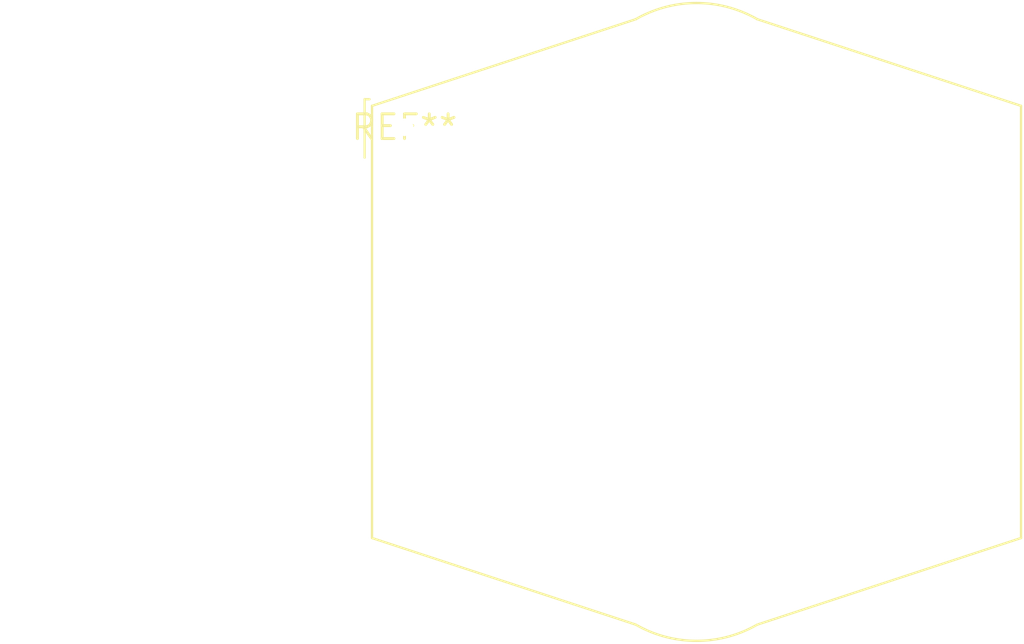
<source format=kicad_pcb>
(kicad_pcb (version 20240108) (generator pcbnew)
  (layers (0 "F.Cu" signal) (31 "B.Cu" signal) (34 "B.Paste" user) (35 "F.Paste" user) (36 "B.SilkS" user "B.Silkscreen") (37 "F.SilkS" user "F.Silkscreen") (38 "B.Mask" user) (39 "F.Mask" user) (44 "Edge.Cuts" user))
  (net 0 "")
  (footprint "Choke_Schaffner_RN142-04-33.1x32.5mm" (layer "F.Cu") (at 0 0)
    (property "Reference" "REF**")
    (property "Value" "Choke_Schaffner_RN142-04-33.1x32.5mm")
    (fp_line (start -2.05 -1.44) (end -2.05 1.56) (layer "F.SilkS") (stroke (width 0.12)))
    (fp_line (start -2.05 -1.44) (end -1.8 -1.44) (layer "F.SilkS") (stroke (width 0.12)))
    (fp_line (start -1.67 -1.1) (end 11.88 -5.55) (layer "F.SilkS") (stroke (width 0.12)))
    (fp_line (start -1.67 21.1) (end -1.67 -1.1) (layer "F.SilkS") (stroke (width 0.12)))
    (fp_line (start 11.88 25.55) (end -1.67 21.1) (layer "F.SilkS") (stroke (width 0.12)))
    (fp_line (start 18.12 -5.55) (end 31.67 -1.1) (layer "F.SilkS") (stroke (width 0.12)))
    (fp_line (start 31.67 -1.1) (end 31.67 21.1) (layer "F.SilkS") (stroke (width 0.12)))
    (fp_line (start 31.67 21.1) (end 18.12 25.55) (layer "F.SilkS") (stroke (width 0.12)))
    (fp_arc (start 11.88 -5.55) (mid 15.013001 -6.382518) (end 18.142518 -5.536999) (layer "F.SilkS") (stroke (width 0.12)))
    (fp_arc (start 18.12 25.55) (mid 14.986999 26.382518) (end 11.857482 25.536999) (layer "F.SilkS") (stroke (width 0.12)))
    (pad "1" thru_hole rect (at 0 0) (size 2 2) (drill 0.9) (layers *.Cu *.Mask) (remove_unused_layers))
    (pad "2" thru_hole circle (at 30 0) (size 2 2) (drill 0.9) (layers *.Cu *.Mask) (remove_unused_layers))
    (pad "3" thru_hole circle (at 0 20) (size 2 2) (drill 0.9) (layers *.Cu *.Mask) (remove_unused_layers))
    (pad "4" thru_hole circle (at 30 20) (size 2 2) (drill 0.9) (layers *.Cu *.Mask) (remove_unused_layers))
  )
)
</source>
